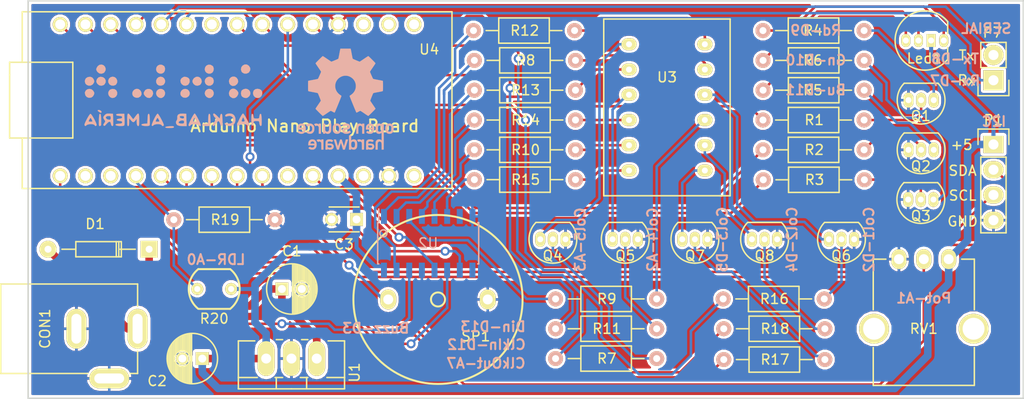
<source format=kicad_pcb>
(kicad_pcb (version 4) (host pcbnew 4.0.2-4+6225~38~ubuntu14.04.1-stable)
  (title_block (date "jeu. 02 avril 2015"))
  (layers (0 F.Cu signal) (31 B.Cu signal) (34 B.Paste user) (35 F.Paste user) (36 B.SilkS user) (37 F.SilkS user) (38 B.Mask user) (39 F.Mask user) (44 Edge.Cuts user))
  (net 0 "")
  (net 1 GND)
  (net 2 +5V)
  (net 3 /A7)
  (net 4 /A5)
  (net 5 /A4)
  (net 6 /A0)
  (net 7 "Net-(C1-Pad1)")
  (net 8 /D2)
  (net 9 /D4)
  (net 10 /D5)
  (net 11 /D7)
  (net 12 /D8)
  (net 13 /D9)
  (net 14 /D10)
  (net 15 /D11)
  (net 16 /D12)
  (net 17 /D13)
  (net 18 "Net-(Q1-Pad2)")
  (net 19 "Net-(Q1-Pad1)")
  (net 20 "Net-(Q2-Pad2)")
  (net 21 "Net-(Q2-Pad1)")
  (net 22 "Net-(Q3-Pad2)")
  (net 23 "Net-(Q3-Pad1)")
  (net 24 "Net-(Q4-Pad2)")
  (net 25 "Net-(Q5-Pad2)")
  (net 26 "Net-(Q6-Pad2)")
  (net 27 "Net-(Q7-Pad2)")
  (net 28 "Net-(Q8-Pad2)")
  (net 29 "Net-(R8-Pad2)")
  (net 30 "Net-(R9-Pad2)")
  (net 31 "Net-(R10-Pad2)")
  (net 32 "Net-(R12-Pad2)")
  (net 33 "Net-(R13-Pad1)")
  (net 34 "Net-(R13-Pad2)")
  (net 35 "Net-(R14-Pad2)")
  (net 36 "Net-(R15-Pad2)")
  (net 37 "Net-(Led1-Pad2)")
  (net 38 "Net-(Led1-Pad1)")
  (net 39 "Net-(Led1-Pad4)")
  (net 40 /A1)
  (net 41 "Net-(CON1-Pad1)")
  (net 42 /D3)
  (net 43 "Net-(Q5-Pad3)")
  (net 44 "Net-(Q6-Pad3)")
  (net 45 "Net-(Q7-Pad3)")
  (net 46 "Net-(Q8-Pad3)")
  (net 47 "Net-(R8-Pad1)")
  (net 48 "Net-(R9-Pad1)")
  (net 49 "Net-(R10-Pad1)")
  (net 50 "Net-(R12-Pad1)")
  (net 51 "Net-(R14-Pad1)")
  (net 52 "Net-(R15-Pad1)")
  (net 53 "Net-(Q4-Pad3)")
  (net 54 /A2)
  (net 55 /A3)
  (net 56 "Net-(U2-Pad7)")
  (net 57 "Net-(U2-Pad9)")
  (net 58 "Net-(U4-Pad1)")
  (net 59 "Net-(U4-Pad2)")
  (net 60 "Net-(U4-Pad3)")
  (net 61 "Net-(U4-Pad9)")
  (net 62 +3V3)
  (net 63 "Net-(U4-Pad18)")
  (net 64 "Net-(U4-Pad25)")
  (net 65 "Net-(U4-Pad28)")
  (net 66 "Net-(U4-Pad30)")
  (module Housings_SOIC:SOIC-16_3.9x9.9mm_Pitch1.27mm (layer B.Cu) (at 150.2 64.4 270)
    (fp_text reference U2 (at 0 0 360) (layer B.SilkS) (effects (justify mirror)))
    (fp_text value 74HC595)
    (pad 1 smd rect (at -2.7 4.445 270) (size 1.5 0.6) (layers B.Cu B.Paste B.Mask) (net 29 "Net-(R8-Pad2)"))
    (pad 2 smd rect (at -2.7 3.175 270) (size 1.5 0.6) (layers B.Cu B.Paste B.Mask) (net 34 "Net-(R13-Pad2)"))
    (pad 3 smd rect (at -2.7 1.905 270) (size 1.5 0.6) (layers B.Cu B.Paste B.Mask) (net 30 "Net-(R9-Pad2)"))
    (pad 4 smd rect (at -2.7 0.635 270) (size 1.5 0.6) (layers B.Cu B.Paste B.Mask) (net 35 "Net-(R14-Pad2)"))
    (pad 5 smd rect (at -2.7 -0.635 270) (size 1.5 0.6) (layers B.Cu B.Paste B.Mask) (net 31 "Net-(R10-Pad2)"))
    (pad 6 smd rect (at -2.7 -1.905 270) (size 1.5 0.6) (layers B.Cu B.Paste B.Mask) (net 36 "Net-(R15-Pad2)"))
    (pad 7 smd rect (at -2.7 -3.175 270) (size 1.5 0.6) (layers B.Cu B.Paste B.Mask) (net 56 "Net-(U2-Pad7)"))
    (pad 8 smd rect (at -2.7 -4.445 270) (size 1.5 0.6) (layers B.Cu B.Paste B.Mask) (net 1 GND))
    (pad 9 smd rect (at 2.7 -4.445 270) (size 1.5 0.6) (layers B.Cu B.Paste B.Mask) (net 57 "Net-(U2-Pad9)"))
    (pad 10 smd rect (at 2.7 -3.175 270) (size 1.5 0.6) (layers B.Cu B.Paste B.Mask) (net 2 +5V))
    (pad 11 smd rect (at 2.7 -1.905 270) (size 1.5 0.6) (layers B.Cu B.Paste B.Mask) (net 16 /D12))
    (pad 12 smd rect (at 2.7 -0.635 270) (size 1.5 0.6) (layers B.Cu B.Paste B.Mask) (net 3 /A7))
    (pad 13 smd rect (at 2.7 0.635 270) (size 1.5 0.6) (layers B.Cu B.Paste B.Mask) (net 1 GND))
    (pad 14 smd rect (at 2.7 1.905 270) (size 1.5 0.6) (layers B.Cu B.Paste B.Mask) (net 17 /D13))
    (pad 15 smd rect (at 2.7 3.175 270) (size 1.5 0.6) (layers B.Cu B.Paste B.Mask) (net 32 "Net-(R12-Pad2)"))
    (pad 16 smd rect (at 2.7 4.445 270) (size 1.5 0.6) (layers B.Cu B.Paste B.Mask) (net 2 +5V))
  )
  (module Arduino:Arduino_Nano (layer F.Cu) (at 131 50 180)
    (fp_text reference U4 (at -19.3 5.1 180) (layer F.SilkS))
    (fp_text value Arduino_Nano)
    (pad 1 thru_hole circle (at -17.78 7.62 180) (size 1.5 1.5) (drill 1) (layers *.Cu *.Mask F.SilkS) (net 58 "Net-(U4-Pad1)"))
    (pad 2 thru_hole circle (at -15.24 7.62 180) (size 1.5 1.5) (drill 1) (layers *.Cu *.Mask F.SilkS) (net 59 "Net-(U4-Pad2)"))
    (pad 3 thru_hole circle (at -12.7 7.62 180) (size 1.5 1.5) (drill 1) (layers *.Cu *.Mask F.SilkS) (net 60 "Net-(U4-Pad3)"))
    (pad 4 thru_hole circle (at -10.16 7.62 180) (size 1.5 1.5) (drill 1) (layers *.Cu *.Mask F.SilkS) (net 1 GND))
    (pad 5 thru_hole circle (at -7.62 7.62 180) (size 1.5 1.5) (drill 1) (layers *.Cu *.Mask F.SilkS) (net 8 /D2))
    (pad 6 thru_hole circle (at -5.08 7.62 180) (size 1.5 1.5) (drill 1) (layers *.Cu *.Mask F.SilkS) (net 42 /D3))
    (pad 7 thru_hole circle (at -2.54 7.62 180) (size 1.5 1.5) (drill 1) (layers *.Cu *.Mask F.SilkS) (net 9 /D4))
    (pad 8 thru_hole circle (at 0 7.62 180) (size 1.5 1.5) (drill 1) (layers *.Cu *.Mask F.SilkS) (net 10 /D5))
    (pad 9 thru_hole circle (at 2.54 7.62 180) (size 1.5 1.5) (drill 1) (layers *.Cu *.Mask F.SilkS) (net 61 "Net-(U4-Pad9)"))
    (pad 10 thru_hole circle (at 5.08 7.62 180) (size 1.5 1.5) (drill 1) (layers *.Cu *.Mask F.SilkS) (net 11 /D7))
    (pad 11 thru_hole circle (at 7.62 7.62 180) (size 1.5 1.5) (drill 1) (layers *.Cu *.Mask F.SilkS) (net 12 /D8))
    (pad 12 thru_hole circle (at 10.16 7.62 180) (size 1.5 1.5) (drill 1) (layers *.Cu *.Mask F.SilkS) (net 13 /D9))
    (pad 13 thru_hole circle (at 12.7 7.62 180) (size 1.5 1.5) (drill 1) (layers *.Cu *.Mask F.SilkS) (net 14 /D10))
    (pad 14 thru_hole circle (at 15.24 7.62 180) (size 1.5 1.5) (drill 1) (layers *.Cu *.Mask F.SilkS) (net 15 /D11))
    (pad 15 thru_hole circle (at 17.78 7.62 180) (size 1.5 1.5) (drill 1) (layers *.Cu *.Mask F.SilkS) (net 16 /D12))
    (pad 16 thru_hole circle (at 17.78 -7.62 180) (size 1.5 1.5) (drill 1) (layers *.Cu *.Mask F.SilkS) (net 17 /D13))
    (pad 17 thru_hole circle (at 15.24 -7.62 180) (size 1.5 1.5) (drill 1) (layers *.Cu *.Mask F.SilkS) (net 62 +3V3))
    (pad 18 thru_hole circle (at 12.7 -7.62 180) (size 1.5 1.5) (drill 1) (layers *.Cu *.Mask F.SilkS) (net 63 "Net-(U4-Pad18)"))
    (pad 19 thru_hole circle (at 10.16 -7.62 180) (size 1.5 1.5) (drill 1) (layers *.Cu *.Mask F.SilkS) (net 6 /A0))
    (pad 20 thru_hole circle (at 7.62 -7.62 180) (size 1.5 1.5) (drill 1) (layers *.Cu *.Mask F.SilkS) (net 40 /A1))
    (pad 21 thru_hole circle (at 5.08 -7.62 180) (size 1.5 1.5) (drill 1) (layers *.Cu *.Mask F.SilkS) (net 54 /A2))
    (pad 22 thru_hole circle (at 2.54 -7.62 180) (size 1.5 1.5) (drill 1) (layers *.Cu *.Mask F.SilkS) (net 55 /A3))
    (pad 23 thru_hole circle (at 0 -7.62 180) (size 1.5 1.5) (drill 1) (layers *.Cu *.Mask F.SilkS) (net 5 /A4))
    (pad 24 thru_hole circle (at -2.54 -7.62 180) (size 1.5 1.5) (drill 1) (layers *.Cu *.Mask F.SilkS) (net 4 /A5))
    (pad 25 thru_hole circle (at -5.08 -7.62 180) (size 1.5 1.5) (drill 1) (layers *.Cu *.Mask F.SilkS) (net 64 "Net-(U4-Pad25)"))
    (pad 26 thru_hole circle (at -7.62 -7.62 180) (size 1.5 1.5) (drill 1) (layers *.Cu *.Mask F.SilkS) (net 3 /A7))
    (pad 27 thru_hole circle (at -10.16 -7.62 180) (size 1.5 1.5) (drill 1) (layers *.Cu *.Mask F.SilkS) (net 2 +5V))
    (pad 28 thru_hole circle (at -12.7 -7.62 180) (size 1.5 1.5) (drill 1) (layers *.Cu *.Mask F.SilkS) (net 65 "Net-(U4-Pad28)"))
    (pad 29 thru_hole circle (at -15.24 -7.62 180) (size 1.5 1.5) (drill 1) (layers *.Cu *.Mask F.SilkS) (net 1 GND))
    (pad 30 thru_hole circle (at -17.78 -7.62 180) (size 1.5 1.5) (drill 1) (layers *.Cu *.Mask F.SilkS) (net 66 "Net-(U4-Pad30)"))
  )
  (module Leds:Matriz_Led_7X5 (layer F.Cu) (at 170.38 44.38 270)
    (fp_text reference U3 (at 3.32 -3.82 360) (layer F.SilkS))
    (fp_text value Matriz_5x7)
    (pad 1 thru_hole oval (at 0 0 270) (size 1.2 1.524) (drill 0.6) (layers *.Cu *.Mask F.SilkS) (net 53 "Net-(Q4-Pad3)"))
    (pad 2 thru_hole oval (at 2.54 0 270) (size 1.2 1.524) (drill 0.6) (layers *.Cu *.Mask F.SilkS) (net 33 "Net-(R13-Pad1)"))
    (pad 3 thru_hole oval (at 5.08 0 270) (size 1.2 1.524) (drill 0.6) (layers *.Cu *.Mask F.SilkS) (net 43 "Net-(Q5-Pad3)"))
    (pad 4 thru_hole oval (at 7.62 0 270) (size 1.2 1.524) (drill 0.6) (layers *.Cu *.Mask F.SilkS) (net 51 "Net-(R14-Pad1)"))
    (pad 5 thru_hole oval (at 10.16 0 270) (size 1.2 1.524) (drill 0.6) (layers *.Cu *.Mask F.SilkS) (net 49 "Net-(R10-Pad1)"))
    (pad 6 thru_hole oval (at 12.7 0 270) (size 1.2 1.524) (drill 0.6) (layers *.Cu *.Mask F.SilkS) (net 52 "Net-(R15-Pad1)"))
    (pad 12 thru_hole oval (at 0 -7.62 270) (size 1.2 1.524) (drill 0.6) (layers *.Cu *.Mask F.SilkS) (net 50 "Net-(R12-Pad1)"))
    (pad 11 thru_hole oval (at 2.54 -7.62 270) (size 1.2 1.524) (drill 0.6) (layers *.Cu *.Mask F.SilkS) (net 47 "Net-(R8-Pad1)"))
    (pad 10 thru_hole oval (at 5.08 -7.62 270) (size 1.2 1.524) (drill 0.6) (layers *.Cu *.Mask F.SilkS) (net 44 "Net-(Q6-Pad3)"))
    (pad 9 thru_hole oval (at 7.62 -7.62 270) (size 1.2 1.524) (drill 0.6) (layers *.Cu *.Mask F.SilkS) (net 48 "Net-(R9-Pad1)"))
    (pad 8 thru_hole oval (at 10.16 -7.62 270) (size 1.2 1.524) (drill 0.6) (layers *.Cu *.Mask F.SilkS) (net 46 "Net-(Q8-Pad3)"))
    (pad 7 thru_hole oval (at 12.7 -7.62 270) (size 1.2 1.524) (drill 0.6) (layers *.Cu *.Mask F.SilkS) (net 45 "Net-(Q7-Pad3)"))
  )
  (module Diodes_ThroughHole:Diode_DO-35_SOD27_Horizontal_RM10 (layer F.Cu) (at 122.16052 64.99746 180)
    (fp_text reference D1 (at 5.43052 2.53746 180) (layer F.SilkS))
    (fp_text value 1N4002)
    (pad 2 thru_hole circle (at 10.16052 -0.00254) (size 1.69926 1.69926) (drill 0.70104) (layers *.Cu *.Mask F.SilkS) (net 41 "Net-(CON1-Pad1)"))
    (pad 1 thru_hole rect (at 0.00052 -0.00254) (size 1.69926 1.69926) (drill 0.70104) (layers *.Cu *.Mask F.SilkS) (net 7 "Net-(C1-Pad1)"))
  )
  (module Pin_Headers:Pin_Header_Straight_1x04 (layer F.Cu) (at 207 54.46)
    (fp_text reference P7 (at -0.1 -11.26) (layer F.SilkS))
    (fp_text value CONN_01X04)
    (pad 1 thru_hole rect (at 0 0) (size 2.032 1.7272) (drill 1.016) (layers *.Cu *.Mask F.SilkS) (net 2 +5V))
    (pad 2 thru_hole oval (at 0 2.54) (size 2.032 1.7272) (drill 1.016) (layers *.Cu *.Mask F.SilkS) (net 5 /A4))
    (pad 3 thru_hole oval (at 0 5.08) (size 2.032 1.7272) (drill 1.016) (layers *.Cu *.Mask F.SilkS) (net 4 /A5))
    (pad 4 thru_hole oval (at 0 7.62) (size 2.032 1.7272) (drill 1.016) (layers *.Cu *.Mask F.SilkS) (net 1 GND))
  )
  (module Potenciometros:POT_SR_PASIVES_R9011 (layer F.Cu) (at 200 66 180)
    (fp_text reference RV1 (at 0 -7 180) (layer F.SilkS))
    (fp_text value 10K)
    (pad 2 thru_hole oval (at 0 0 180) (size 1.5 2) (drill 1) (layers *.Cu *.Mask F.SilkS) (net 40 /A1))
    (pad 1 thru_hole oval (at -2.5 0 180) (size 1.5 2) (drill 1) (layers *.Cu *.Mask F.SilkS) (net 2 +5V))
    (pad 3 thru_hole oval (at 2.5 0 180) (size 1.5 2) (drill 1) (layers *.Cu *.Mask F.SilkS) (net 1 GND))
    (pad 0 thru_hole circle (at -5 -7 180) (size 3 3) (drill 2.2) (layers *.Cu *.Mask F.SilkS))
    (pad 0 thru_hole circle (at 5 -7 180) (size 3 3) (drill 2.2) (layers *.Cu *.Mask F.SilkS))
  )
  (module Sensores:LDR_TOKEN_PGM5_Series (layer F.Cu) (at 128.7 69 180)
    (fp_text reference R20 (at -0.0018 -2.9836 180) (layer F.SilkS))
    (fp_text value LDR)
    (pad 1 thru_hole circle (at -1.7 0 180) (size 1.2 1.2) (drill 0.6) (layers *.Cu *.Mask F.SilkS) (net 2 +5V))
    (pad 2 thru_hole circle (at 1.7 0 180) (size 1.2 1.2) (drill 0.6) (layers *.Cu *.Mask F.SilkS) (net 6 /A0))
  )
  (module Buzzer:LOUDITY_LD-BZPN-1705 (layer F.Cu) (at 151.1846 70.0532)
    (fp_text reference SP1 (at 3.8 3.7) (layer F.SilkS))
    (fp_text value BUZZER)
    (pad 1 thru_hole oval (at -5 0) (size 1.6 2) (drill 1) (layers *.Cu *.Mask F.SilkS) (net 42 /D3))
    (pad 2 thru_hole oval (at 5 0) (size 1.6 2) (drill 1) (layers *.Cu *.Mask F.SilkS) (net 1 GND))
  )
  (module Pin_Headers:Pin_Header_Straight_1x02 (layer F.Cu) (at 207 48 180)
    (fp_text reference P1 (at 0 -4 180) (layer F.SilkS))
    (fp_text value CONN_01X02)
    (pad 1 thru_hole rect (at 0 0 180) (size 2.032 2.032) (drill 1.016) (layers *.Cu *.Mask F.SilkS) (net 11 /D7))
    (pad 2 thru_hole oval (at 0 2.54 180) (size 2.032 2.032) (drill 1.016) (layers *.Cu *.Mask F.SilkS) (net 12 /D8))
  )
  (module TO_SOT_Packages_THT:TO-220_Neutral123_Vertical_LargePads (layer F.Cu) (at 136.46 76 180)
    (fp_text reference U1 (at -6.34 -1.4 270) (layer F.SilkS))
    (fp_text value LM7805CT)
    (pad 2 thru_hole oval (at 0 0 270) (size 3.50012 1.69926) (drill 1.00076) (layers *.Cu *.Mask F.SilkS) (net 1 GND))
    (pad 1 thru_hole oval (at -2.54 0 270) (size 3.50012 1.69926) (drill 1.00076) (layers *.Cu *.Mask F.SilkS) (net 7 "Net-(C1-Pad1)"))
    (pad 3 thru_hole oval (at 2.54 0 270) (size 3.50012 1.69926) (drill 1.00076) (layers *.Cu *.Mask F.SilkS) (net 2 +5V))
  )
  (module Conectores:Barrel_Jack_Hembra_CLIFF_FC68148 (layer F.Cu) (at 121 73 90)
    (fp_text reference CON1 (at 0 -9.3 90) (layer F.SilkS))
    (fp_text value BARREL_JACK)
    (pad 1 thru_hole oval (at 0 0 90) (size 4 2) (drill oval 3 1) (layers *.Cu *.Mask F.SilkS) (net 41 "Net-(CON1-Pad1)"))
    (pad 3 thru_hole oval (at 0 -6.15 90) (size 4 2) (drill oval 3 1) (layers *.Cu *.Mask F.SilkS) (net 1 GND))
    (pad 2 thru_hole oval (at -5 -2.85 90) (size 2 4) (drill oval 1 3) (layers *.Cu *.Mask F.SilkS) (net 1 GND))
  )
  (module logos:logo_HackLabAl (layer B.Cu) (at 124.4 49.5 180)
    (fp_text reference G*** hide)
    (fp_text value LOGO hide)
  )
  (module logos:osh-logo (layer B.Cu) (at 141.9 49.9 180)
    (fp_text reference G*** hide)
    (fp_text value LOGO hide)
  )
  (module Capacitors_ThroughHole:C_Radial_D5_L11_P2 (layer F.Cu) (at 135.5 69)
    (fp_text reference C1 (at 1 -3.8) (layer F.SilkS))
    (fp_text value 0,33u)
    (pad 1 thru_hole rect (at 0 0) (size 1.3 1.3) (drill 0.8) (layers *.Cu *.Mask F.SilkS) (net 7 "Net-(C1-Pad1)"))
    (pad 2 thru_hole circle (at 2 0) (size 1.3 1.3) (drill 0.8) (layers *.Cu *.Mask F.SilkS) (net 1 GND))
  )
  (module Capacitors_ThroughHole:C_Radial_D5_L11_P2 (layer F.Cu) (at 127.5 76 180)
    (fp_text reference C2 (at 4.5386 -2.2574 180) (layer F.SilkS))
    (fp_text value 0,1u)
    (pad 1 thru_hole rect (at 0 0 180) (size 1.3 1.3) (drill 0.8) (layers *.Cu *.Mask F.SilkS) (net 2 +5V))
    (pad 2 thru_hole circle (at 2 0 180) (size 1.3 1.3) (drill 0.8) (layers *.Cu *.Mask F.SilkS) (net 1 GND))
  )
  (module Capacitors_ThroughHole:C_Disc_D3_P2.5 (layer F.Cu) (at 143 62 180)
    (fp_text reference C3 (at 1.25 -2.5 180) (layer F.SilkS))
    (fp_text value 100n)
    (pad 1 thru_hole rect (at 0 0 180) (size 1.3 1.3) (drill 0.8) (layers *.Cu *.Mask F.SilkS) (net 2 +5V))
    (pad 2 thru_hole circle (at 2.5 0 180) (size 1.3 1.3) (drill 0.8001) (layers *.Cu *.Mask F.SilkS) (net 1 GND))
  )
  (module Transistors:TO-92_EnLinea_Estrecho_Oval (layer F.Cu) (at 185.27 64 180)
    (fp_text reference Q8 (at 1.27 -1.65 180) (layer F.SilkS))
    (fp_text value 2N3904BU)
    (pad 2 thru_hole oval (at 1.27 0) (size 1 1.50114) (drill 0.6) (layers *.Cu *.Mask F.SilkS) (net 28 "Net-(Q8-Pad2)"))
    (pad 3 thru_hole oval (at 2.54 0) (size 1 1.50114) (drill 0.6) (layers *.Cu *.Mask F.SilkS) (net 46 "Net-(Q8-Pad3)"))
    (pad 1 thru_hole oval (at 0 0) (size 1 1.50114) (drill 0.6) (layers *.Cu *.Mask F.SilkS) (net 1 GND))
  )
  (module Transistors:TO-92_EnLinea_Estrecho_Oval (layer F.Cu) (at 178.27 64 180)
    (fp_text reference Q7 (at 1.27 -1.65 180) (layer F.SilkS))
    (fp_text value 2N3904BU)
    (pad 2 thru_hole oval (at 1.27 0) (size 1 1.50114) (drill 0.6) (layers *.Cu *.Mask F.SilkS) (net 27 "Net-(Q7-Pad2)"))
    (pad 3 thru_hole oval (at 2.54 0) (size 1 1.50114) (drill 0.6) (layers *.Cu *.Mask F.SilkS) (net 45 "Net-(Q7-Pad3)"))
    (pad 1 thru_hole oval (at 0 0) (size 1 1.50114) (drill 0.6) (layers *.Cu *.Mask F.SilkS) (net 1 GND))
  )
  (module Transistors:TO-92_EnLinea_Estrecho_Oval (layer F.Cu) (at 193 64 180)
    (fp_text reference Q6 (at 1.3 -1.65 180) (layer F.SilkS))
    (fp_text value 2N3904BU)
    (pad 2 thru_hole oval (at 1.27 0) (size 1 1.50114) (drill 0.6) (layers *.Cu *.Mask F.SilkS) (net 26 "Net-(Q6-Pad2)"))
    (pad 3 thru_hole oval (at 2.54 0) (size 1 1.50114) (drill 0.6) (layers *.Cu *.Mask F.SilkS) (net 44 "Net-(Q6-Pad3)"))
    (pad 1 thru_hole oval (at 0 0) (size 1 1.50114) (drill 0.6) (layers *.Cu *.Mask F.SilkS) (net 1 GND))
  )
  (module Transistors:TO-92_EnLinea_Estrecho_Oval (layer F.Cu) (at 171.27 64 180)
    (fp_text reference Q5 (at 1.27 -1.65 180) (layer F.SilkS))
    (fp_text value 2N3904BU)
    (pad 2 thru_hole oval (at 1.27 0) (size 1 1.50114) (drill 0.6) (layers *.Cu *.Mask F.SilkS) (net 25 "Net-(Q5-Pad2)"))
    (pad 3 thru_hole oval (at 2.54 0) (size 1 1.50114) (drill 0.6) (layers *.Cu *.Mask F.SilkS) (net 43 "Net-(Q5-Pad3)"))
    (pad 1 thru_hole oval (at 0 0) (size 1 1.50114) (drill 0.6) (layers *.Cu *.Mask F.SilkS) (net 1 GND))
  )
  (module Transistors:TO-92_EnLinea_Estrecho_Oval (layer F.Cu) (at 164 64 180)
    (fp_text reference Q4 (at 1.3 -1.65 180) (layer F.SilkS))
    (fp_text value 2N3904BU)
    (pad 2 thru_hole oval (at 1.27 0) (size 1 1.50114) (drill 0.6) (layers *.Cu *.Mask F.SilkS) (net 24 "Net-(Q4-Pad2)"))
    (pad 3 thru_hole oval (at 2.54 0) (size 1 1.50114) (drill 0.6) (layers *.Cu *.Mask F.SilkS) (net 53 "Net-(Q4-Pad3)"))
    (pad 1 thru_hole oval (at 0 0) (size 1 1.50114) (drill 0.6) (layers *.Cu *.Mask F.SilkS) (net 1 GND))
  )
  (module Transistors:TO-92_EnLinea_Estrecho_Oval (layer F.Cu) (at 200.97 60 180)
    (fp_text reference Q3 (at 1.27 -1.65 180) (layer F.SilkS))
    (fp_text value BC547)
    (pad 2 thru_hole oval (at 1.27 0) (size 1 1.50114) (drill 0.6) (layers *.Cu *.Mask F.SilkS) (net 22 "Net-(Q3-Pad2)"))
    (pad 3 thru_hole oval (at 2.54 0) (size 1 1.50114) (drill 0.6) (layers *.Cu *.Mask F.SilkS) (net 1 GND))
    (pad 1 thru_hole oval (at 0 0) (size 1 1.50114) (drill 0.6) (layers *.Cu *.Mask F.SilkS) (net 23 "Net-(Q3-Pad1)"))
  )
  (module Transistors:TO-92_EnLinea_Estrecho_Oval (layer F.Cu) (at 201 55 180)
    (fp_text reference Q2 (at 1.3 -1.65 180) (layer F.SilkS))
    (fp_text value BC547)
    (pad 2 thru_hole oval (at 1.27 0) (size 1 1.50114) (drill 0.6) (layers *.Cu *.Mask F.SilkS) (net 20 "Net-(Q2-Pad2)"))
    (pad 3 thru_hole oval (at 2.54 0) (size 1 1.50114) (drill 0.6) (layers *.Cu *.Mask F.SilkS) (net 1 GND))
    (pad 1 thru_hole oval (at 0 0) (size 1 1.50114) (drill 0.6) (layers *.Cu *.Mask F.SilkS) (net 21 "Net-(Q2-Pad1)"))
  )
  (module Transistors:TO-92_EnLinea_Estrecho_Oval (layer F.Cu) (at 201 50 180)
    (fp_text reference Q1 (at 1.3 -1.6 180) (layer F.SilkS))
    (fp_text value BC547)
    (pad 2 thru_hole oval (at 1.27 0) (size 1 1.50114) (drill 0.6) (layers *.Cu *.Mask F.SilkS) (net 18 "Net-(Q1-Pad2)"))
    (pad 3 thru_hole oval (at 2.54 0) (size 1 1.50114) (drill 0.6) (layers *.Cu *.Mask F.SilkS) (net 1 GND))
    (pad 1 thru_hole oval (at 0 0) (size 1 1.50114) (drill 0.6) (layers *.Cu *.Mask F.SilkS) (net 19 "Net-(Q1-Pad1)"))
  )
  (module Resistencias:Resistencia_1_4_W_10_mm (layer F.Cu) (at 194 52 180)
    (fp_text reference R1 (at 5.01 0 180) (layer F.SilkS))
    (fp_text value 4K7)
    (pad 1 thru_hole circle (at 0 0 180) (size 1.5 1.5) (drill 0.7) (layers *.Cu *.SilkS *.Mask) (net 18 "Net-(Q1-Pad2)"))
    (pad 2 thru_hole circle (at 10.16 0 180) (size 1.5 1.5) (drill 0.7) (layers *.Cu *.SilkS *.Mask) (net 13 /D9))
  )
  (module Resistencias:Resistencia_1_4_W_10_mm (layer F.Cu) (at 194 55 180)
    (fp_text reference R2 (at 5.01 0 180) (layer F.SilkS))
    (fp_text value 4K7)
    (pad 1 thru_hole circle (at 0 0 180) (size 1.5 1.5) (drill 0.7) (layers *.Cu *.SilkS *.Mask) (net 20 "Net-(Q2-Pad2)"))
    (pad 2 thru_hole circle (at 10.16 0 180) (size 1.5 1.5) (drill 0.7) (layers *.Cu *.SilkS *.Mask) (net 14 /D10))
  )
  (module Resistencias:Resistencia_1_4_W_10_mm (layer F.Cu) (at 194.0306 58.0136 180)
    (fp_text reference R3 (at 5.01 0 180) (layer F.SilkS))
    (fp_text value 4K7)
    (pad 1 thru_hole circle (at 0 0 180) (size 1.5 1.5) (drill 0.7) (layers *.Cu *.SilkS *.Mask) (net 22 "Net-(Q3-Pad2)"))
    (pad 2 thru_hole circle (at 10.16 0 180) (size 1.5 1.5) (drill 0.7) (layers *.Cu *.SilkS *.Mask) (net 15 /D11))
  )
  (module Resistencias:Resistencia_1_4_W_10_mm (layer F.Cu) (at 183.84 43)
    (fp_text reference R4 (at 5.01 0) (layer F.SilkS))
    (fp_text value 100)
    (pad 1 thru_hole circle (at 0 0) (size 1.5 1.5) (drill 0.7) (layers *.Cu *.SilkS *.Mask) (net 39 "Net-(Led1-Pad4)"))
    (pad 2 thru_hole circle (at 10.16 0) (size 1.5 1.5) (drill 0.7) (layers *.Cu *.SilkS *.Mask) (net 19 "Net-(Q1-Pad1)"))
  )
  (module Resistencias:Resistencia_1_4_W_10_mm (layer F.Cu) (at 183.85 49)
    (fp_text reference R5 (at 5.01 0) (layer F.SilkS))
    (fp_text value 100)
    (pad 1 thru_hole circle (at 0 0) (size 1.5 1.5) (drill 0.7) (layers *.Cu *.SilkS *.Mask) (net 38 "Net-(Led1-Pad1)"))
    (pad 2 thru_hole circle (at 10.16 0) (size 1.5 1.5) (drill 0.7) (layers *.Cu *.SilkS *.Mask) (net 21 "Net-(Q2-Pad1)"))
  )
  (module Resistencias:Resistencia_1_4_W_10_mm (layer F.Cu) (at 183.85 46)
    (fp_text reference R6 (at 5.01 0) (layer F.SilkS))
    (fp_text value 100)
    (pad 1 thru_hole circle (at 0 0) (size 1.5 1.5) (drill 0.7) (layers *.Cu *.SilkS *.Mask) (net 37 "Net-(Led1-Pad2)"))
    (pad 2 thru_hole circle (at 10.16 0) (size 1.5 1.5) (drill 0.7) (layers *.Cu *.SilkS *.Mask) (net 23 "Net-(Q3-Pad1)"))
  )
  (module Resistencias:Resistencia_1_4_W_10_mm (layer F.Cu) (at 173.16 76 180)
    (fp_text reference R7 (at 5.01 0 180) (layer F.SilkS))
    (fp_text value 1K)
    (pad 1 thru_hole circle (at 0 0 180) (size 1.5 1.5) (drill 0.7) (layers *.Cu *.SilkS *.Mask) (net 24 "Net-(Q4-Pad2)"))
    (pad 2 thru_hole circle (at 10.16 0 180) (size 1.5 1.5) (drill 0.7) (layers *.Cu *.SilkS *.Mask) (net 8 /D2))
  )
  (module Resistencias:Resistencia_1_4_W_10_mm (layer F.Cu) (at 165 46 180)
    (fp_text reference R8 (at 5.01 0 180) (layer F.SilkS))
    (fp_text value 120)
    (pad 1 thru_hole circle (at 0 0 180) (size 1.5 1.5) (drill 0.7) (layers *.Cu *.SilkS *.Mask) (net 47 "Net-(R8-Pad1)"))
    (pad 2 thru_hole circle (at 10.16 0 180) (size 1.5 1.5) (drill 0.7) (layers *.Cu *.SilkS *.Mask) (net 29 "Net-(R8-Pad2)"))
  )
  (module Resistencias:Resistencia_1_4_W_10_mm (layer F.Cu) (at 173.16 70 180)
    (fp_text reference R9 (at 5.01 0 180) (layer F.SilkS))
    (fp_text value 120)
    (pad 1 thru_hole circle (at 0 0 180) (size 1.5 1.5) (drill 0.7) (layers *.Cu *.SilkS *.Mask) (net 48 "Net-(R9-Pad1)"))
    (pad 2 thru_hole circle (at 10.16 0 180) (size 1.5 1.5) (drill 0.7) (layers *.Cu *.SilkS *.Mask) (net 30 "Net-(R9-Pad2)"))
  )
  (module Resistencias:Resistencia_1_4_W_10_mm (layer F.Cu) (at 165 55 180)
    (fp_text reference R10 (at 5.01 0 180) (layer F.SilkS))
    (fp_text value 120)
    (pad 1 thru_hole circle (at 0 0 180) (size 1.5 1.5) (drill 0.7) (layers *.Cu *.SilkS *.Mask) (net 49 "Net-(R10-Pad1)"))
    (pad 2 thru_hole circle (at 10.16 0 180) (size 1.5 1.5) (drill 0.7) (layers *.Cu *.SilkS *.Mask) (net 31 "Net-(R10-Pad2)"))
  )
  (module Resistencias:Resistencia_1_4_W_10_mm (layer F.Cu) (at 173.16 73 180)
    (fp_text reference R11 (at 5.01 0 180) (layer F.SilkS))
    (fp_text value 1K)
    (pad 1 thru_hole circle (at 0 0 180) (size 1.5 1.5) (drill 0.7) (layers *.Cu *.SilkS *.Mask) (net 25 "Net-(Q5-Pad2)"))
    (pad 2 thru_hole circle (at 10.16 0 180) (size 1.5 1.5) (drill 0.7) (layers *.Cu *.SilkS *.Mask) (net 9 /D4))
  )
  (module Resistencias:Resistencia_1_4_W_10_mm (layer F.Cu) (at 164.91 43 180)
    (fp_text reference R12 (at 5.01 0 180) (layer F.SilkS))
    (fp_text value 120)
    (pad 1 thru_hole circle (at 0 0 180) (size 1.5 1.5) (drill 0.7) (layers *.Cu *.SilkS *.Mask) (net 50 "Net-(R12-Pad1)"))
    (pad 2 thru_hole circle (at 10.16 0 180) (size 1.5 1.5) (drill 0.7) (layers *.Cu *.SilkS *.Mask) (net 32 "Net-(R12-Pad2)"))
  )
  (module Resistencias:Resistencia_1_4_W_10_mm (layer F.Cu) (at 165 49 180)
    (fp_text reference R13 (at 5.01 0 180) (layer F.SilkS))
    (fp_text value 120)
    (pad 1 thru_hole circle (at 0 0 180) (size 1.5 1.5) (drill 0.7) (layers *.Cu *.SilkS *.Mask) (net 33 "Net-(R13-Pad1)"))
    (pad 2 thru_hole circle (at 10.16 0 180) (size 1.5 1.5) (drill 0.7) (layers *.Cu *.SilkS *.Mask) (net 34 "Net-(R13-Pad2)"))
  )
  (module Resistencias:Resistencia_1_4_W_10_mm (layer F.Cu) (at 165 52 180)
    (fp_text reference R14 (at 5.01 0 180) (layer F.SilkS))
    (fp_text value 120)
    (pad 1 thru_hole circle (at 0 0 180) (size 1.5 1.5) (drill 0.7) (layers *.Cu *.SilkS *.Mask) (net 51 "Net-(R14-Pad1)"))
    (pad 2 thru_hole circle (at 10.16 0 180) (size 1.5 1.5) (drill 0.7) (layers *.Cu *.SilkS *.Mask) (net 35 "Net-(R14-Pad2)"))
  )
  (module Resistencias:Resistencia_1_4_W_10_mm (layer F.Cu) (at 165 58 180)
    (fp_text reference R15 (at 5.01 0 180) (layer F.SilkS))
    (fp_text value 120)
    (pad 1 thru_hole circle (at 0 0 180) (size 1.5 1.5) (drill 0.7) (layers *.Cu *.SilkS *.Mask) (net 52 "Net-(R15-Pad1)"))
    (pad 2 thru_hole circle (at 10.16 0 180) (size 1.5 1.5) (drill 0.7) (layers *.Cu *.SilkS *.Mask) (net 36 "Net-(R15-Pad2)"))
  )
  (module Resistencias:Resistencia_1_4_W_10_mm (layer F.Cu) (at 190 70 180)
    (fp_text reference R16 (at 5.01 0 180) (layer F.SilkS))
    (fp_text value 1K)
    (pad 1 thru_hole circle (at 0 0 180) (size 1.5 1.5) (drill 0.7) (layers *.Cu *.SilkS *.Mask) (net 26 "Net-(Q6-Pad2)"))
    (pad 2 thru_hole circle (at 10.16 0 180) (size 1.5 1.5) (drill 0.7) (layers *.Cu *.SilkS *.Mask) (net 10 /D5))
  )
  (module Resistencias:Resistencia_1_4_W_10_mm (layer F.Cu) (at 190.06 76.1 180)
    (fp_text reference R17 (at 5.01 0 180) (layer F.SilkS))
    (fp_text value 1K)
    (pad 1 thru_hole circle (at 0 0 180) (size 1.5 1.5) (drill 0.7) (layers *.Cu *.SilkS *.Mask) (net 27 "Net-(Q7-Pad2)"))
    (pad 2 thru_hole circle (at 10.16 0 180) (size 1.5 1.5) (drill 0.7) (layers *.Cu *.SilkS *.Mask) (net 54 /A2))
  )
  (module Resistencias:Resistencia_1_4_W_10_mm (layer F.Cu) (at 190.06 73 180)
    (fp_text reference R18 (at 5.01 0 180) (layer F.SilkS))
    (fp_text value 1K)
    (pad 1 thru_hole circle (at 0 0 180) (size 1.5 1.5) (drill 0.7) (layers *.Cu *.SilkS *.Mask) (net 28 "Net-(Q8-Pad2)"))
    (pad 2 thru_hole circle (at 10.16 0 180) (size 1.5 1.5) (drill 0.7) (layers *.Cu *.SilkS *.Mask) (net 55 /A3))
  )
  (module Resistencias:Resistencia_1_4_W_10_mm (layer F.Cu) (at 134.7978 62.0268 180)
    (fp_text reference R19 (at 5.01 0 180) (layer F.SilkS))
    (fp_text value 1K)
    (pad 1 thru_hole circle (at 0 0 180) (size 1.5 1.5) (drill 0.7) (layers *.Cu *.SilkS *.Mask) (net 1 GND))
    (pad 2 thru_hole circle (at 10.16 0 180) (size 1.5 1.5) (drill 0.7) (layers *.Cu *.SilkS *.Mask) (net 6 /A0))
  )
  (module Leds:LED_RGB_5mm_G_B_COM_R_Anodo_comun (layer F.Cu) (at 200.1012 44)
    (fp_text reference Led1 (at -0.0512 1.8) (layer F.SilkS))
    (fp_text value Led_RGB)
    (pad 2 thru_hole oval (at -0.635 0) (size 0.9 1.3) (drill 0.6) (layers *.Cu *.Mask F.SilkS) (net 37 "Net-(Led1-Pad2)"))
    (pad 3 thru_hole rect (at 0.635 0) (size 0.9 1.3) (drill 0.6) (layers *.Cu *.Mask F.SilkS) (net 2 +5V))
    (pad 1 thru_hole oval (at -1.905 0) (size 0.9 1.3) (drill 0.6) (layers *.Cu *.Mask F.SilkS) (net 38 "Net-(Led1-Pad1)"))
    (pad 4 thru_hole oval (at 1.905 0) (size 0.9 1.3) (drill 0.6) (layers *.Cu *.Mask F.SilkS) (net 39 "Net-(Led1-Pad4)"))
  )
  (gr_text I2C (at 207.05 52.15) (layer B.SilkS) (effects (font (size 1 1) (thickness 0.2)) (justify mirror)))
  (gr_text ClkOut-A7 (at 156.0068 76.4794) (layer B.SilkS) (effects (font (size 1 1) (thickness 0.2)) (justify mirror)))
  (gr_text ClkIn-D12 (at 156.0576 74.5998) (layer B.SilkS) (effects (font (size 1 1) (thickness 0.2)) (justify mirror)))
  (gr_text Din-D13 (at 156.718 72.7964) (layer B.SilkS) (effects (font (size 1 1) (thickness 0.2)) (justify mirror)))
  (gr_text Buzz-D3 (at 144.9324 72.9488) (layer B.SilkS) (effects (font (size 1 1) (thickness 0.2)) (justify mirror)))
  (gr_text Bu-D11 (at 189.1284 48.9712) (layer B.SilkS) (effects (font (size 1 1) (thickness 0.2)) (justify mirror)))
  (gr_text Gn-D10 (at 189.1538 45.974) (layer B.SilkS) (effects (font (size 1 1) (thickness 0.2)) (justify mirror)))
  (gr_text Rd-D9 (at 189.1538 42.9768) (layer B.SilkS) (effects (font (size 1 1) (thickness 0.2)) (justify mirror)))
  (gr_text LDR-A0 (at 128.8796 66.04) (layer B.SilkS) (effects (font (size 1 1) (thickness 0.2)) (justify mirror)))
  (gr_text Pot-A1 (at 199.9996 69.9262) (layer B.SilkS) (effects (font (size 1 1) (thickness 0.2)) (justify mirror)))
  (gr_text Col5-A3 (at 165.481 64.0334 90) (layer B.SilkS) (effects (font (size 1 1) (thickness 0.2)) (justify mirror)))
  (gr_text Col4-A2 (at 172.7454 64.0334 90) (layer B.SilkS) (effects (font (size 1 1) (thickness 0.2)) (justify mirror)))
  (gr_text Col3-D5 (at 179.7558 64.0334 90) (layer B.SilkS) (effects (font (size 1 1) (thickness 0.2)) (justify mirror)))
  (gr_text Col2-D4 (at 186.7662 64.0334 90) (layer B.SilkS) (effects (font (size 1 1) (thickness 0.2)) (justify mirror)))
  (gr_text Col1-D2 (at 194.4878 64.0334 90) (layer B.SilkS) (effects (font (size 1 1) (thickness 0.2)) (justify mirror)))
  (gr_text Rx-D7 (at 203.15 48.05) (layer B.SilkS) (effects (font (size 1 1) (thickness 0.2)) (justify mirror)))
  (gr_text Tx-D8 (at 203.15 45.85) (layer B.SilkS) (effects (font (size 1 1) (thickness 0.2)) (justify mirror)))
  (gr_text SERIAL (at 206.2734 42.799) (layer B.SilkS) (effects (font (size 1 1) (thickness 0.2)) (justify mirror)))
  (gr_text "Arduino Nano Play Board" (at 137.8 52.6) (layer F.SilkS) (effects (font (size 1.2 1.2) (thickness 0.2))))
  (gr_text Rx (at 204.3 48) (layer F.SilkS) (effects (font (size 1 1))))
  (gr_text Tx (at 204.3 45.5) (layer F.SilkS) (effects (font (size 1 1))))
  (gr_text SCL (at 203.9 59.6) (layer F.SilkS) (effects (font (size 1 1))))
  (gr_text SDA (at 203.9 57.1) (layer F.SilkS) (effects (font (size 1 1))))
  (gr_text GND (at 203.9 62.2) (layer F.SilkS) (effects (font (size 1 1))))
  (gr_text +5 (at 203.8 54.5) (layer F.SilkS) (effects (font (size 1 1))))
  (gr_line (start 210 80) (end 210 40) (layer Edge.Cuts) (width 0.15))
  (gr_line (start 110 80) (end 210 80) (layer Edge.Cuts) (width 0.15))
  (gr_line (start 110 40) (end 110 80) (layer Edge.Cuts) (width 0.15))
  (gr_line (start 110 40) (end 210 40) (layer Edge.Cuts) (width 0.15))
  (segment (start 138.3 64.75) (end 136.5643 64.75) (width 0.762) (layer B.Cu) (net 2))
  (segment (start 136.5643 64.75) (end 132.8 68.5143) (width 0.762) (layer B.Cu) (net 2))
  (segment (start 132.8 68.5143) (end 132.8 68.826702) (width 0.762) (layer B.Cu) (net 2))
  (segment (start 130.4 69) (end 132.626702 69) (width 0.4064) (layer B.Cu) (net 2))
  (segment (start 132.626702 69) (end 132.8 68.826702) (width 0.4064) (layer B.Cu) (net 2))
  (segment (start 132.8 68.826702) (end 132.8 72.36794) (width 0.762) (layer B.Cu) (net 2))
  (segment (start 132.8 72.36794) (end 133.92 73.48794) (width 0.762) (layer B.Cu) (net 2))
  (segment (start 133.92 73.48794) (end 133.92 76) (width 0.762) (layer B.Cu) (net 2))
  (segment (start 197.1 79) (end 200.4 75.7) (width 0.762) (layer B.Cu) (net 2))
  (segment (start 202.5 68.45) (end 202.5 66) (width 0.762) (layer B.Cu) (net 2))
  (segment (start 200.4 75.7) (end 200.4 70.55) (width 0.762) (layer B.Cu) (net 2))
  (segment (start 200.4 70.55) (end 202.5 68.45) (width 0.762) (layer B.Cu) (net 2))
  (segment (start 143 62) (end 143 63.462) (width 0.762) (layer B.Cu) (net 2))
  (segment (start 143 63.462) (end 141.717223 64.744777) (width 0.762) (layer B.Cu) (net 2))
  (segment (start 141.717223 64.744777) (end 138.305223 64.744777) (width 0.762) (layer B.Cu) (net 2))
  (segment (start 138.305223 64.744777) (end 138.3 64.75) (width 0.762) (layer B.Cu) (net 2))
  (segment (start 200.7362 44) (end 200.7362 45.756611) (width 0.4064) (layer B.Cu) (net 2))
  (segment (start 200.7362 45.756611) (end 207 52.020411) (width 0.4064) (layer B.Cu) (net 2))
  (segment (start 207 52.020411) (end 207 53.19) (width 0.4064) (layer B.Cu) (net 2))
  (segment (start 207 53.19) (end 207 54.46) (width 0.4064) (layer B.Cu) (net 2))
  (segment (start 152.9 65.2) (end 153.375 65.675) (width 0.254) (layer B.Cu) (net 2))
  (segment (start 153.375 65.675) (end 153.375 67.1) (width 0.254) (layer B.Cu) (net 2))
  (segment (start 151.9 65.2) (end 152.9 65.2) (width 0.254) (layer B.Cu) (net 2))
  (segment (start 143 62) (end 143 62.954) (width 0.254) (layer F.Cu) (net 2))
  (segment (start 143 62.954) (end 145.246 65.2) (width 0.254) (layer F.Cu) (net 2))
  (segment (start 145.246 65.2) (end 151.9 65.2) (width 0.254) (layer F.Cu) (net 2))
  (via (at 151.9 65.2) (size 0.9) (drill 0.5) (layers F.Cu B.Cu) (net 2))
  (segment (start 141.3564 64.75) (end 138.3 64.75) (width 0.4064) (layer B.Cu) (net 2))
  (segment (start 143 62) (end 143 59.46) (width 0.762) (layer B.Cu) (net 2))
  (segment (start 143 59.46) (end 141.16 57.62) (width 0.762) (layer B.Cu) (net 2))
  (segment (start 202.5 66) (end 204.4 64.1) (width 0.762) (layer B.Cu) (net 2))
  (segment (start 204.4 64.1) (end 204.4 55.282) (width 0.762) (layer B.Cu) (net 2))
  (segment (start 204.4 55.282) (end 205.222 54.46) (width 0.762) (layer B.Cu) (net 2))
  (segment (start 205.222 54.46) (end 207 54.46) (width 0.762) (layer B.Cu) (net 2))
  (segment (start 129.088 79) (end 197.1 79) (width 0.762) (layer B.Cu) (net 2))
  (segment (start 127.5 76) (end 127.5 77.412) (width 0.762) (layer B.Cu) (net 2))
  (segment (start 127.5 77.412) (end 129.088 79) (width 0.762) (layer B.Cu) (net 2))
  (segment (start 143 63.1064) (end 141.3564 64.75) (width 0.4064) (layer B.Cu) (net 2))
  (segment (start 133.92 75.09957) (end 133.92 76) (width 0.4064) (layer B.Cu) (net 2))
  (segment (start 145.555 66.7) (end 144.8486 66.7) (width 0.4064) (layer B.Cu) (net 2))
  (segment (start 144.8486 66.7) (end 143 64.8514) (width 0.4064) (layer B.Cu) (net 2))
  (segment (start 143 64.8514) (end 143 63.1064) (width 0.4064) (layer B.Cu) (net 2))
  (segment (start 143 63.1064) (end 143 62) (width 0.4064) (layer B.Cu) (net 2))
  (segment (start 127.5 76) (end 133.92 76) (width 0.762) (layer F.Cu) (net 2))
  (segment (start 147.903957 63.791606) (end 147.267561 63.791606) (width 0.254) (layer B.Cu) (net 3))
  (segment (start 147.976606 63.791606) (end 147.903957 63.791606) (width 0.254) (layer B.Cu) (net 3))
  (segment (start 150.835 66.65) (end 147.976606 63.791606) (width 0.254) (layer B.Cu) (net 3))
  (segment (start 150.835 67.1) (end 150.835 66.65) (width 0.254) (layer B.Cu) (net 3))
  (segment (start 146.817562 63.341607) (end 147.267561 63.791606) (width 0.254) (layer F.Cu) (net 3))
  (segment (start 143.212827 59.736872) (end 146.817562 63.341607) (width 0.254) (layer F.Cu) (net 3))
  (segment (start 140.736872 59.736872) (end 143.212827 59.736872) (width 0.254) (layer F.Cu) (net 3))
  (segment (start 138.62 57.62) (end 140.736872 59.736872) (width 0.254) (layer F.Cu) (net 3))
  (via (at 147.267561 63.791606) (size 0.9) (drill 0.5) (layers F.Cu B.Cu) (net 3))
  (segment (start 207 59.54) (end 206.8476 59.54) (width 0.254) (layer F.Cu) (net 4))
  (segment (start 206.8476 59.54) (end 203.6176 62.77) (width 0.254) (layer F.Cu) (net 4))
  (segment (start 203.6176 62.77) (end 197.93 62.77) (width 0.254) (layer F.Cu) (net 4))
  (segment (start 197.93 62.77) (end 193.415859 67.284141) (width 0.254) (layer F.Cu) (net 4))
  (segment (start 134.82392 59.900358) (end 133.54 58.616438) (width 0.254) (layer F.Cu) (net 4))
  (segment (start 133.54 58.616438) (end 133.54 57.62) (width 0.254) (layer F.Cu) (net 4))
  (segment (start 193.415859 67.284141) (end 144.139803 67.284141) (width 0.254) (layer F.Cu) (net 4))
  (segment (start 144.139803 67.284141) (end 136.75602 59.900358) (width 0.254) (layer F.Cu) (net 4))
  (segment (start 136.75602 59.900358) (end 134.82392 59.900358) (width 0.254) (layer F.Cu) (net 4))
  (segment (start 208.9 62.8) (end 208.9 58.7476) (width 0.254) (layer F.Cu) (net 5))
  (segment (start 138.692101 64.976644) (end 141.507609 67.792152) (width 0.254) (layer F.Cu) (net 5))
  (segment (start 131 57.62) (end 131 60.883128) (width 0.254) (layer F.Cu) (net 5))
  (segment (start 135.093516 64.976644) (end 138.692101 64.976644) (width 0.254) (layer F.Cu) (net 5))
  (segment (start 131 60.883128) (end 135.093516 64.976644) (width 0.254) (layer F.Cu) (net 5))
  (segment (start 141.507609 67.792152) (end 193.626284 67.792152) (width 0.254) (layer F.Cu) (net 5))
  (segment (start 193.626284 67.792152) (end 196.850246 64.56819) (width 0.254) (layer F.Cu) (net 5))
  (segment (start 196.850246 64.56819) (end 207.13181 64.56819) (width 0.254) (layer F.Cu) (net 5))
  (segment (start 207.13181 64.56819) (end 208.9 62.8) (width 0.254) (layer F.Cu) (net 5))
  (segment (start 208.9 58.7476) (end 207.1524 57) (width 0.254) (layer F.Cu) (net 5))
  (segment (start 207.1524 57) (end 207 57) (width 0.254) (layer F.Cu) (net 5))
  (segment (start 127.16 69) (end 127 69) (width 0.254) (layer F.Cu) (net 6))
  (segment (start 124.6378 62.0268) (end 120.84 58.229) (width 0.254) (layer B.Cu) (net 6))
  (segment (start 120.84 58.229) (end 120.84 57.62) (width 0.254) (layer B.Cu) (net 6))
  (segment (start 127 69) (end 124.6378 66.6378) (width 0.254) (layer B.Cu) (net 6))
  (segment (start 124.6378 66.6378) (end 124.6378 62.0268) (width 0.254) (layer B.Cu) (net 6))
  (segment (start 135.5 69) (end 135.5 70.412) (width 0.762) (layer F.Cu) (net 7))
  (segment (start 139 73.912) (end 139 76) (width 0.762) (layer F.Cu) (net 7))
  (segment (start 135.5 70.412) (end 139 73.912) (width 0.762) (layer F.Cu) (net 7))
  (segment (start 122.16 65) (end 122.16 67.2198) (width 0.762) (layer F.Cu) (net 7))
  (segment (start 122.16 67.2198) (end 125.6538 70.7136) (width 0.762) (layer F.Cu) (net 7))
  (segment (start 125.6538 70.7136) (end 132.2832 70.7136) (width 0.762) (layer F.Cu) (net 7))
  (segment (start 132.2832 70.7136) (end 133.9968 69) (width 0.762) (layer F.Cu) (net 7))
  (segment (start 133.9968 69) (end 135.5 69) (width 0.762) (layer F.Cu) (net 7))
  (segment (start 138.62 42.38) (end 140.245353 44.005353) (width 0.254) (layer F.Cu) (net 8))
  (segment (start 155.616704 41.546741) (end 159.251868 45.181905) (width 0.254) (layer F.Cu) (net 8))
  (segment (start 140.245353 44.005353) (end 151.617158 44.005353) (width 0.254) (layer F.Cu) (net 8))
  (segment (start 151.617158 44.005353) (end 154.07577 41.546741) (width 0.254) (layer F.Cu) (net 8))
  (segment (start 159.251868 45.181905) (end 159.251868 45.818301) (width 0.254) (layer F.Cu) (net 8))
  (segment (start 154.07577 41.546741) (end 155.616704 41.546741) (width 0.254) (layer F.Cu) (net 8))
  (segment (start 165.689574 73.310426) (end 165.689574 69.60801) (width 0.254) (layer B.Cu) (net 8))
  (segment (start 159.251868 51.502369) (end 159.251868 46.454697) (width 0.254) (layer B.Cu) (net 8))
  (segment (start 159.153929 51.600308) (end 159.251868 51.502369) (width 0.254) (layer B.Cu) (net 8))
  (segment (start 161.583769 67.60801) (end 159.153929 65.17817) (width 0.254) (layer B.Cu) (net 8))
  (segment (start 163.689575 67.608011) (end 161.583769 67.60801) (width 0.254) (layer B.Cu) (net 8))
  (segment (start 163 76) (end 165.689574 73.310426) (width 0.254) (layer B.Cu) (net 8))
  (segment (start 165.689574 69.60801) (end 163.689575 67.608011) (width 0.254) (layer B.Cu) (net 8))
  (segment (start 159.251868 46.454697) (end 159.251868 45.818301) (width 0.254) (layer B.Cu) (net 8))
  (segment (start 159.153929 65.17817) (end 159.153929 51.600308) (width 0.254) (layer B.Cu) (net 8))
  (via (at 159.251868 45.818301) (size 0.9) (drill 0.5) (layers F.Cu B.Cu) (net 8))
  (segment (start 133.54 42.38) (end 135.673364 44.513364) (width 0.254) (layer F.Cu) (net 9))
  (segment (start 135.673364 44.513364) (end 155.522302 44.513364) (width 0.254) (layer F.Cu) (net 9))
  (segment (start 155.522302 44.513364) (end 158.420848 47.41191) (width 0.254) (layer F.Cu) (net 9))
  (segment (start 158.420848 47.41191) (end 158.420848 48.153325) (width 0.254) (layer F.Cu) (net 9))
  (segment (start 158.420848 48.153325) (end 158.420848 48.789721) (width 0.254) (layer F.Cu) (net 9))
  (segment (start 163 73) (end 164.7 71.3) (width 0.254) (layer B.Cu) (net 9))
  (segment (start 161.373343 68.11602) (end 158.420848 65.163525) (width 0.254) (layer B.Cu) (net 9))
  (segment (start 158.420848 65.163525) (end 158.420848 49.426117) (width 0.254) (layer B.Cu) (net 9))
  (segment (start 158.420848 49.426117) (end 158.420848 48.789721) (width 0.254) (layer B.Cu) (net 9))
  (segment (start 164.7 71.3) (end 164.7 69.336872) (width 0.254) (layer B.Cu) (net 9))
  (segment (start 164.7 69.336872) (end 163.47915 68.116022) (width 0.254) (layer B.Cu) (net 9))
  (segment (start 163.47915 68.116022) (end 161.373343 68.11602) (width 0.254) (layer B.Cu) (net 9))
  (via (at 158.420848 48.789721) (size 0.9) (drill 0.5) (layers F.Cu B.Cu) (net 9))
  (segment (start 131 42.38) (end 139.104127 50.484127) (width 0.254) (layer F.Cu) (net 10))
  (segment (start 139.104127 50.484127) (end 158.469868 50.484127) (width 0.254) (layer F.Cu) (net 10))
  (segment (start 158.469868 50.484127) (end 159.534932 51.549191) (width 0.254) (layer F.Cu) (net 10))
  (segment (start 159.534932 51.549191) (end 159.984931 51.99919) (width 0.254) (layer F.Cu) (net 10))
  (segment (start 171.38133 77.58133) (end 167.6 73.8) (width 0.254) (layer B.Cu) (net 10))
  (segment (start 159.984931 52.635586) (end 159.984931 51.99919) (width 0.254) (layer B.Cu) (net 10))
  (segment (start 161.794195 67.1) (end 159.984931 65.290736) (width 0.254) (layer B.Cu) (net 10))
  (segment (start 163.9 67.1) (end 161.794195 67.1) (width 0.254) (layer B.Cu) (net 10))
  (segment (start 167.6 70.8) (end 163.9 67.1) (width 0.254) (layer B.Cu) (net 10))
  (segment (start 174.71867 77.58133) (end 171.38133 77.58133) (width 0.254) (layer B.Cu) (net 10))
  (segment (start 167.6 73.8) (end 167.6 70.8) (width 0.254) (layer B.Cu) (net 10))
  (segment (start 179.84 70) (end 176.6 73.24) (width 0.254) (layer B.Cu) (net 10))
  (segment (start 176.6 75.7) (end 174.71867 77.58133) (width 0.254) (layer B.Cu) (net 10))
  (segment (start 159.984931 65.290736) (end 159.984931 52.635586) (width 0.254) (layer B.Cu) (net 10))
  (segment (start 176.6 73.24) (end 176.6 75.7) (width 0.254) (layer B.Cu) (net 10))
  (via (at 159.984931 51.99919) (size 0.9) (drill 0.5) (layers F.Cu B.Cu) (net 10))
  (segment (start 126 41.6) (end 126 42.3) (width 0.254) (layer B.Cu) (net 11))
  (segment (start 126 42.3) (end 125.92 42.38) (width 0.254) (layer B.Cu) (net 11))
  (segment (start 126.351001 41.248999) (end 126 41.6) (width 0.254) (layer B.Cu) (net 11))
  (segment (start 204.7 44.4) (end 201.548999 41.248999) (width 0.254) (layer B.Cu) (net 11))
  (segment (start 201.548999 41.248999) (end 126.351001 41.248999) (width 0.254) (layer B.Cu) (net 11))
  (segment (start 204.7 46.97) (end 204.7 44.4) (width 0.254) (layer B.Cu) (net 11))
  (segment (start 207 48) (end 205.73 48) (width 0.254) (layer B.Cu) (net 11))
  (segment (start 205.73 48) (end 204.7 46.97) (width 0.254) (layer B.Cu) (net 11))
  (segment (start 207 45.46) (end 205.984001 44.444001) (width 0.254) (layer B.Cu) (net 12))
  (segment (start 205.984001 44.444001) (end 205.984001 44.384001) (width 0.254) (layer B.Cu) (net 12))
  (segment (start 205.984001 44.384001) (end 202.200474 40.600474) (width 0.254) (layer B.Cu) (net 12))
  (segment (start 202.200474 40.600474) (end 125.159526 40.600474) (width 0.254) (layer B.Cu) (net 12))
  (segment (start 125.159526 40.600474) (end 124.129999 41.630001) (width 0.254) (layer B.Cu) (net 12))
  (segment (start 124.129999 41.630001) (end 123.38 42.38) (width 0.254) (layer B.Cu) (net 12))
  (segment (start 183.84 52) (end 182.459509 50.619509) (width 0.254) (layer F.Cu) (net 13))
  (segment (start 182.459509 50.619509) (end 163.199114 50.619509) (width 0.254) (layer F.Cu) (net 13))
  (segment (start 163.199114 50.619509) (end 162.242242 49.662637) (width 0.254) (layer F.Cu) (net 13))
  (segment (start 162.242242 49.662637) (end 157.701501 49.662637) (width 0.254) (layer F.Cu) (net 13))
  (segment (start 157.701501 49.662637) (end 155.521345 47.482481) (width 0.254) (layer F.Cu) (net 13))
  (segment (start 155.521345 47.482481) (end 136.820915 47.482481) (width 0.254) (layer F.Cu) (net 13))
  (segment (start 136.820915 47.482481) (end 132.215609 42.877175) (width 0.254) (layer F.Cu) (net 13))
  (segment (start 132.215609 42.877175) (end 132.215609 41.769582) (width 0.254) (layer F.Cu) (net 13))
  (segment (start 132.215609 41.769582) (end 131.695026 41.248999) (width 0.254) (layer F.Cu) (net 13))
  (segment (start 131.695026 41.248999) (end 121.971001 41.248999) (width 0.254) (layer F.Cu) (net 13))
  (segment (start 121.971001 41.248999) (end 121.589999 41.630001) (width 0.254) (layer F.Cu) (net 13))
  (segment (start 121.589999 41.630001) (end 120.84 42.38) (width 0.254) (layer F.Cu) (net 13))
  (segment (start 154.97012 60.851684) (end 177.988316 60.851684) (width 0.254) (layer F.Cu) (net 14))
  (segment (start 129.946028 54.026028) (end 148.144465 54.026029) (width 0.254) (layer F.Cu) (net 14))
  (segment (start 182.840511 55.999489) (end 183.84 55) (width 0.254) (layer F.Cu) (net 14))
  (segment (start 177.988316 60.851684) (end 182.840511 55.999489) (width 0.254) (layer F.Cu) (net 14))
  (segment (start 118.3 42.38) (end 129.946028 54.026028) (width 0.254) (layer F.Cu) (net 14))
  (segment (start 148.144465 54.026029) (end 154.97012 60.851684) (width 0.254) (layer F.Cu) (net 14))
  (segment (start 127.914039 54.534039) (end 147.934039 54.534039) (width 0.254) (layer F.Cu) (net 15))
  (segment (start 147.934039 54.534039) (end 154.759694 61.359694) (width 0.254) (layer F.Cu) (net 15))
  (segment (start 115.76 42.38) (end 127.914039 54.534039) (width 0.254) (layer F.Cu) (net 15))
  (segment (start 154.759694 61.359694) (end 180.640306 61.359694) (width 0.254) (layer F.Cu) (net 15))
  (segment (start 180.640306 61.359694) (end 184 58) (width 0.254) (layer F.Cu) (net 15))
  (segment (start 148.930657 74.067507) (end 148.480658 74.517506) (width 0.254) (layer B.Cu) (net 16))
  (segment (start 152.105 70.893164) (end 148.930657 74.067507) (width 0.254) (layer B.Cu) (net 16))
  (segment (start 119.6 59.7) (end 127.331277 67.431277) (width 0.254) (layer F.Cu) (net 16))
  (via (at 148.480658 74.517506) (size 0.9) (drill 0.5) (layers F.Cu B.Cu) (net 16))
  (segment (start 145.162198 74.517506) (end 147.844262 74.517506) (width 0.254) (layer F.Cu) (net 16))
  (segment (start 113.22 42.38) (end 119.6 48.76) (width 0.254) (layer F.Cu) (net 16))
  (segment (start 138.075969 67.431277) (end 145.162198 74.517506) (width 0.254) (layer F.Cu) (net 16))
  (segment (start 147.844262 74.517506) (end 148.480658 74.517506) (width 0.254) (layer F.Cu) (net 16))
  (segment (start 127.331277 67.431277) (end 138.075969 67.431277) (width 0.254) (layer F.Cu) (net 16))
  (segment (start 152.105 67.1) (end 152.105 70.893164) (width 0.254) (layer B.Cu) (net 16))
  (segment (start 119.6 48.76) (end 119.6 59.7) (width 0.254) (layer F.Cu) (net 16))
  (segment (start 147.1 73.1) (end 148.295 71.905) (width 0.254) (layer B.Cu) (net 17))
  (segment (start 148.295 71.905) (end 148.295 68.655) (width 0.254) (layer B.Cu) (net 17))
  (segment (start 140.8 73.1) (end 147.1 73.1) (width 0.254) (layer B.Cu) (net 17))
  (segment (start 140.2 72.5) (end 140.8 73.1) (width 0.254) (layer B.Cu) (net 17))
  (segment (start 135.5 72.5) (end 137 72.5) (width 0.254) (layer B.Cu) (net 17))
  (segment (start 137 72.5) (end 140.2 72.5) (width 0.254) (layer B.Cu) (net 17))
  (segment (start 148.295 68.655) (end 148.295 67.1) (width 0.254) (layer B.Cu) (net 17))
  (segment (start 113.22 61.02) (end 124.7 72.5) (width 0.254) (layer F.Cu) (net 17))
  (segment (start 124.7 72.5) (end 135.5 72.5) (width 0.254) (layer F.Cu) (net 17))
  (via (at 135.5 72.5) (size 0.9) (drill 0.5) (layers F.Cu B.Cu) (net 17))
  (segment (start 113.22 57.62) (end 113.22 61.02) (width 0.254) (layer F.Cu) (net 17))
  (segment (start 194 52) (end 199.1 52) (width 0.254) (layer F.Cu) (net 18))
  (segment (start 199.1 52) (end 199.73 51.37) (width 0.254) (layer F.Cu) (net 18))
  (segment (start 199.73 51.37) (end 199.73 50) (width 0.254) (layer F.Cu) (net 18))
  (segment (start 194 43) (end 195.413492 43) (width 0.254) (layer B.Cu) (net 19))
  (segment (start 195.413492 43) (end 201 48.586508) (width 0.254) (layer B.Cu) (net 19))
  (segment (start 201 48.586508) (end 201 50) (width 0.254) (layer B.Cu) (net 19))
  (segment (start 194 55) (end 195.5 53.5) (width 0.254) (layer F.Cu) (net 20))
  (segment (start 195.5 53.5) (end 198.53099 53.5) (width 0.254) (layer F.Cu) (net 20))
  (segment (start 198.53099 53.5) (end 199.73 54.69901) (width 0.254) (layer F.Cu) (net 20))
  (segment (start 199.73 54.69901) (end 199.73 55) (width 0.254) (layer F.Cu) (net 20))
  (segment (start 195.009489 49.999489) (end 194.01 49) (width 0.254) (layer B.Cu) (net 21))
  (segment (start 197.301786 52.291786) (end 195.009489 49.999489) (width 0.254) (layer B.Cu) (net 21))
  (segment (start 198.592776 52.291786) (end 197.301786 52.291786) (width 0.254) (layer B.Cu) (net 21))
  (segment (start 201 54.69901) (end 198.592776 52.291786) (width 0.254) (layer B.Cu) (net 21))
  (segment (start 201 55) (end 201 54.69901) (width 0.254) (layer B.Cu) (net 21))
  (segment (start 194.16 58) (end 199.05 58) (width 0.254) (layer F.Cu) (net 22))
  (segment (start 199.05 58) (end 199.7 58.65) (width 0.254) (layer F.Cu) (net 22))
  (segment (start 199.7 58.65) (end 199.7 60) (width 0.254) (layer F.Cu) (net 22))
  (segment (start 194.01 46) (end 196.252834 48.242834) (width 0.254) (layer B.Cu) (net 23))
  (segment (start 196.252834 49.945579) (end 198.09103 51.783775) (width 0.254) (layer B.Cu) (net 23))
  (segment (start 196.252834 48.242834) (end 196.252834 49.945579) (width 0.254) (layer B.Cu) (net 23))
  (segment (start 198.09103 51.783775) (end 199.51918 51.783775) (width 0.254) (layer B.Cu) (net 23))
  (segment (start 199.51918 51.783775) (end 202.090586 54.355181) (width 0.254) (layer B.Cu) (net 23))
  (segment (start 202.090586 54.355181) (end 202.090586 59.409414) (width 0.254) (layer B.Cu) (net 23))
  (segment (start 202.090586 59.409414) (end 201.5 60) (width 0.254) (layer B.Cu) (net 23))
  (segment (start 201.5 60) (end 200.97 60) (width 0.254) (layer B.Cu) (net 23))
  (segment (start 162.73 64) (end 162.73 65.165756) (width 0.254) (layer B.Cu) (net 24))
  (segment (start 162.73 65.165756) (end 168.379444 70.8152) (width 0.254) (layer B.Cu) (net 24))
  (segment (start 168.379444 70.8152) (end 168.379444 73.500713) (width 0.254) (layer B.Cu) (net 24))
  (segment (start 168.379444 73.500713) (end 170.863529 75.984798) (width 0.254) (layer B.Cu) (net 24))
  (segment (start 170.863529 75.984798) (end 173.144798 75.984798) (width 0.254) (layer B.Cu) (net 24))
  (segment (start 173.144798 75.984798) (end 173.16 76) (width 0.254) (layer B.Cu) (net 24))
  (segment (start 173.16 73) (end 170 69.84) (width 0.254) (layer B.Cu) (net 25))
  (segment (start 170 69.84) (end 170 64) (width 0.254) (layer B.Cu) (net 25))
  (segment (start 191.73 64) (end 191.73 68.27) (width 0.254) (layer B.Cu) (net 26))
  (segment (start 191.73 68.27) (end 190 70) (width 0.254) (layer B.Cu) (net 26))
  (segment (start 177 64) (end 177 65.00457) (width 0.254) (layer B.Cu) (net 27))
  (segment (start 189.190783 75.740783) (end 189.700783 75.740783) (width 0.254) (layer B.Cu) (net 27))
  (segment (start 177 65.00457) (end 179.24543 67.25) (width 0.254) (layer B.Cu) (net 27))
  (segment (start 179.24543 67.25) (end 180.7 67.25) (width 0.254) (layer B.Cu) (net 27))
  (segment (start 180.7 67.25) (end 189.190783 75.740783) (width 0.254) (layer B.Cu) (net 27))
  (segment (start 184 64) (end 184 67.9) (width 0.254) (layer B.Cu) (net 28))
  (segment (start 184 67.9) (end 189.1 73) (width 0.254) (layer B.Cu) (net 28))
  (segment (start 189.1 73) (end 190.06 73) (width 0.254) (layer B.Cu) (net 28))
  (segment (start 147.213011 59.791989) (end 145.755 61.25) (width 0.254) (layer B.Cu) (net 29))
  (segment (start 151.8 57.144692) (end 149.152703 59.791989) (width 0.254) (layer B.Cu) (net 29))
  (segment (start 149.152703 59.791989) (end 147.213011 59.791989) (width 0.254) (layer B.Cu) (net 29))
  (segment (start 151.8 49.4) (end 151.8 57.144692) (width 0.254) (layer B.Cu) (net 29))
  (segment (start 145.755 61.25) (end 145.755 61.7) (width 0.254) (layer B.Cu) (net 29))
  (segment (start 151.8 49.4) (end 151.8 49.2) (width 0.254) (layer B.Cu) (net 29))
  (segment (start 152.64 48.2) (end 153.14 47.7) (width 0.254) (layer B.Cu) (net 29))
  (segment (start 153.14 47.7) (end 154.84 46) (width 0.254) (layer B.Cu) (net 29))
  (segment (start 151.8 49.4) (end 151.8 49.04) (width 0.254) (layer B.Cu) (net 29))
  (segment (start 151.8 49.04) (end 153.14 47.7) (width 0.254) (layer B.Cu) (net 29))
  (segment (start 152.6 48.2) (end 151.8 49) (width 0.254) (layer B.Cu) (net 29))
  (segment (start 151.8 49) (end 151.8 49.2) (width 0.254) (layer B.Cu) (net 29))
  (segment (start 152.64 48.2) (end 152.6 48.2) (width 0.254) (layer B.Cu) (net 29))
  (segment (start 163 70) (end 160.093554 70) (width 0.254) (layer B.Cu) (net 30))
  (segment (start 160.093554 70) (end 154.190457 64.096903) (width 0.254) (layer B.Cu) (net 30))
  (segment (start 154.190457 64.096903) (end 150.241903 64.096903) (width 0.254) (layer B.Cu) (net 30))
  (segment (start 150.241903 64.096903) (end 148.295 62.15) (width 0.254) (layer B.Cu) (net 30))
  (segment (start 148.295 62.15) (end 148.295 61.7) (width 0.254) (layer B.Cu) (net 30))
  (segment (start 150.835 60.265) (end 153.459509 57.640491) (width 0.254) (layer B.Cu) (net 31))
  (segment (start 153.459509 56.380491) (end 153.840511 55.999489) (width 0.254) (layer B.Cu) (net 31))
  (segment (start 153.459509 57.640491) (end 153.459509 56.380491) (width 0.254) (layer B.Cu) (net 31))
  (segment (start 153.840511 55.999489) (end 154.84 55) (width 0.254) (layer B.Cu) (net 31))
  (segment (start 150.835 61.7) (end 150.835 60.265) (width 0.254) (layer B.Cu) (net 31))
  (segment (start 144.873999 62.773999) (end 146.825 64.725) (width 0.254) (layer B.Cu) (net 32))
  (segment (start 146.825 64.725) (end 146.825 66.7) (width 0.254) (layer B.Cu) (net 32))
  (segment (start 144.873999 60.844323) (end 144.873999 62.773999) (width 0.254) (layer B.Cu) (net 32))
  (segment (start 146.518322 59.2) (end 144.873999 60.844323) (width 0.254) (layer B.Cu) (net 32))
  (segment (start 148.965617 59.2) (end 146.518322 59.2) (width 0.254) (layer B.Cu) (net 32))
  (segment (start 151.29199 48.789576) (end 151.29199 56.873627) (width 0.254) (layer B.Cu) (net 32))
  (segment (start 152.389575 47.691991) (end 151.29199 48.789576) (width 0.254) (layer B.Cu) (net 32))
  (segment (start 152.429576 47.69199) (end 152.389575 47.691991) (width 0.254) (layer B.Cu) (net 32))
  (segment (start 152.9 47.221566) (end 152.429576 47.69199) (width 0.254) (layer B.Cu) (net 32))
  (segment (start 151.29199 56.873627) (end 148.965617 59.2) (width 0.254) (layer B.Cu) (net 32))
  (segment (start 152.9 44.85) (end 152.9 47.221566) (width 0.254) (layer B.Cu) (net 32))
  (segment (start 154.75 43) (end 152.9 44.85) (width 0.254) (layer B.Cu) (net 32))
  (segment (start 165 49) (end 167.08 46.92) (width 0.254) (layer F.Cu) (net 33))
  (segment (start 167.08 46.92) (end 170.38 46.92) (width 0.254) (layer F.Cu) (net 33))
  (segment (start 152.391989 57.271139) (end 152.39199 51.44801) (width 0.254) (layer B.Cu) (net 34))
  (segment (start 149.363128 60.3) (end 152.391989 57.271139) (width 0.254) (layer B.Cu) (net 34))
  (segment (start 153.840511 49.999489) (end 154.84 49) (width 0.254) (layer B.Cu) (net 34))
  (segment (start 147.975 60.3) (end 149.363128 60.3) (width 0.254) (layer B.Cu) (net 34))
  (segment (start 147.025 61.25) (end 147.975 60.3) (width 0.254) (layer B.Cu) (net 34))
  (segment (start 152.39199 51.44801) (end 153.840511 49.999489) (width 0.254) (layer B.Cu) (net 34))
  (segment (start 147.025 61.7) (end 147.025 61.25) (width 0.254) (layer B.Cu) (net 34))
  (segment (start 149.565 61.25) (end 149.565 61.7) (width 0.254) (layer B.Cu) (net 35))
  (segment (start 152.9 53.94) (end 152.9 57.481564) (width 0.254) (layer B.Cu) (net 35))
  (segment (start 150.119 60.262564) (end 150.119 60.696) (width 0.254) (layer B.Cu) (net 35))
  (segment (start 150.119 60.696) (end 149.565 61.25) (width 0.254) (layer B.Cu) (net 35))
  (segment (start 154.84 52) (end 152.9 53.94) (width 0.254) (layer B.Cu) (net 35))
  (segment (start 152.9 57.481564) (end 150.119 60.262564) (width 0.254) (layer B.Cu) (net 35))
  (segment (start 152.105 61.7) (end 152.105 60.696) (width 0.254) (layer B.Cu) (net 36))
  (segment (start 152.105 60.696) (end 152.1 60.691) (width 0.254) (layer B.Cu) (net 36))
  (segment (start 152.1 60.691) (end 152.1 59.8) (width 0.254) (layer B.Cu) (net 36))
  (segment (start 152.1 59.8) (end 153.9 58) (width 0.254) (layer B.Cu) (net 36))
  (segment (start 153.9 58) (end 154.84 58) (width 0.254) (layer B.Cu) (net 36))
  (segment (start 154.755 58) (end 154.84 58) (width 0.254) (layer B.Cu) (net 36))
  (segment (start 183.85 46) (end 184.849489 45.000511) (width 0.254) (layer F.Cu) (net 37))
  (segment (start 197.86079 41.09199) (end 199.4662 42.6974) (width 0.254) (layer F.Cu) (net 37))
  (segment (start 184.849489 45.000511) (end 185.383645 45.000511) (width 0.254) (layer F.Cu) (net 37))
  (segment (start 185.383645 45.000511) (end 189.292166 41.09199) (width 0.254) (layer F.Cu) (net 37))
  (segment (start 189.292166 41.09199) (end 197.86079 41.09199) (width 0.254) (layer F.Cu) (net 37))
  (segment (start 199.4662 42.6974) (end 199.4662 44) (width 0.254) (layer F.Cu) (net 37))
  (segment (start 183.85 49) (end 186.1 46.75) (width 0.254) (layer F.Cu) (net 38))
  (segment (start 186.1 46.75) (end 186.1 45.026068) (width 0.254) (layer F.Cu) (net 38))
  (segment (start 189.526068 41.6) (end 196.9 41.6) (width 0.254) (layer F.Cu) (net 38))
  (segment (start 186.1 45.026068) (end 189.526068 41.6) (width 0.254) (layer F.Cu) (net 38))
  (segment (start 196.9 41.6) (end 198.1962 42.8962) (width 0.254) (layer F.Cu) (net 38))
  (segment (start 198.1962 42.8962) (end 198.1962 44) (width 0.254) (layer F.Cu) (net 38))
  (segment (start 183.84 43) (end 186.66572 43) (width 0.254) (layer F.Cu) (net 39))
  (segment (start 186.66572 43) (end 189.081741 40.583979) (width 0.254) (layer F.Cu) (net 39))
  (segment (start 189.081741 40.583979) (end 199.994379 40.583979) (width 0.254) (layer F.Cu) (net 39))
  (segment (start 199.994379 40.583979) (end 202.0062 42.5958) (width 0.254) (layer F.Cu) (net 39))
  (segment (start 202.0062 42.5958) (end 202.0062 44) (width 0.254) (layer F.Cu) (net 39))
  (segment (start 148.87954 73.666521) (end 153.829041 78.616022) (width 0.254) (layer F.Cu) (net 40))
  (segment (start 200 67.254) (end 200 66) (width 0.254) (layer F.Cu) (net 40))
  (segment (start 123.38 57.62) (end 132.576022 66.816022) (width 0.254) (layer F.Cu) (net 40))
  (segment (start 200 74.2) (end 200 67.254) (width 0.254) (layer F.Cu) (net 40))
  (segment (start 153.829041 78.616022) (end 195.583978 78.616022) (width 0.254) (layer F.Cu) (net 40))
  (segment (start 145.029649 73.666521) (end 148.87954 73.666521) (width 0.254) (layer F.Cu) (net 40))
  (segment (start 195.583978 78.616022) (end 200 74.2) (width 0.254) (layer F.Cu) (net 40))
  (segment (start 132.576022 66.816022) (end 138.17915 66.816022) (width 0.254) (layer F.Cu) (net 40))
  (segment (start 138.17915 66.816022) (end 145.029649 73.666521) (width 0.254) (layer F.Cu) (net 40))
  (segment (start 121 73) (end 120 73) (width 0.762) (layer F.Cu) (net 41))
  (segment (start 118.75 71.75) (end 112 65) (width 0.762) (layer F.Cu) (net 41))
  (segment (start 120 73) (end 118.75 71.75) (width 0.762) (layer F.Cu) (net 41))
  (segment (start 141.803172 66.162646) (end 142.253171 66.612645) (width 0.254) (layer F.Cu) (net 42))
  (segment (start 136.09571 60.455184) (end 141.803172 66.162646) (width 0.254) (layer F.Cu) (net 42))
  (segment (start 134.255184 60.455184) (end 136.09571 60.455184) (width 0.254) (layer F.Cu) (net 42))
  (segment (start 132.3 55.7) (end 132.3 58.5) (width 0.254) (layer F.Cu) (net 42))
  (segment (start 145.266682 69.6722) (end 145.266682 69.626156) (width 0.254) (layer B.Cu) (net 42))
  (segment (start 145.266682 69.626156) (end 142.70317 67.062644) (width 0.254) (layer B.Cu) (net 42))
  (via (at 142.253171 66.612645) (size 0.9) (drill 0.5) (layers F.Cu B.Cu) (net 42))
  (segment (start 132.3 58.5) (end 134.255184 60.455184) (width 0.254) (layer F.Cu) (net 42))
  (segment (start 142.70317 67.062644) (end 142.253171 66.612645) (width 0.254) (layer B.Cu) (net 42))
  (segment (start 145.266682 69.6722) (end 145.5496 69.955118) (width 0.254) (layer B.Cu) (net 42))
  (segment (start 146.1846 70.0532) (end 145.647682 70.0532) (width 0.254) (layer B.Cu) (net 42))
  (segment (start 145.647682 70.0532) (end 145.266682 69.6722) (width 0.254) (layer B.Cu) (net 42))
  (segment (start 136.1 47.1) (end 136.1 46.8) (width 0.254) (layer B.Cu) (net 42))
  (segment (start 136.1 43.46066) (end 136.1 46.8) (width 0.254) (layer B.Cu) (net 42))
  (segment (start 136.08 42.38) (end 136.08 43.44066) (width 0.254) (layer B.Cu) (net 42))
  (segment (start 136.08 43.44066) (end 136.1 43.46066) (width 0.254) (layer B.Cu) (net 42))
  (segment (start 132.3 50.9) (end 136.1 47.1) (width 0.254) (layer B.Cu) (net 42))
  (segment (start 132.3 55.7) (end 132.3 50.9) (width 0.254) (layer B.Cu) (net 42))
  (via (at 132.3 55.7) (size 0.9) (drill 0.5) (layers F.Cu B.Cu) (net 42))
  (segment (start 168.73 64) (end 168.73 50.948) (width 0.254) (layer B.Cu) (net 43))
  (segment (start 168.73 50.948) (end 170.218 49.46) (width 0.254) (layer B.Cu) (net 43))
  (segment (start 170.218 49.46) (end 170.38 49.46) (width 0.254) (layer B.Cu) (net 43))
  (segment (start 178 49.46) (end 179.016 49.46) (width 0.254) (layer B.Cu) (net 44))
  (segment (start 179.016 49.46) (end 181.237262 51.681262) (width 0.254) (layer B.Cu) (net 44))
  (segment (start 181.237262 51.681262) (end 181.237262 60.487262) (width 0.254) (layer B.Cu) (net 44))
  (segment (start 181.237262 60.487262) (end 183 62.25) (width 0.254) (layer B.Cu) (net 44))
  (segment (start 183 62.25) (end 188.00642 62.25) (width 0.254) (layer B.Cu) (net 44))
  (segment (start 188.00642 62.25) (end 189.75642 64) (width 0.254) (layer B.Cu) (net 44))
  (segment (start 189.75642 64) (end 190.46 64) (width 0.254) (layer B.Cu) (net 44))
  (segment (start 178 57.08) (end 176.984 57.08) (width 0.254) (layer B.Cu) (net 45))
  (segment (start 176.984 57.08) (end 175.73 58.334) (width 0.254) (layer B.Cu) (net 45))
  (segment (start 175.73 58.334) (end 175.73 62.99543) (width 0.254) (layer B.Cu) (net 45))
  (segment (start 175.73 62.99543) (end 175.73 64) (width 0.254) (layer B.Cu) (net 45))
  (segment (start 182.73 63.69901) (end 182.73 64) (width 0.254) (layer B.Cu) (net 46))
  (segment (start 178 55.394) (end 179.991989 57.385989) (width 0.254) (layer B.Cu) (net 46))
  (segment (start 178 54.54) (end 178 55.394) (width 0.254) (layer B.Cu) (net 46))
  (segment (start 179.991989 60.960999) (end 182.73 63.69901) (width 0.254) (layer B.Cu) (net 46))
  (segment (start 179.991989 57.385989) (end 179.991989 60.960999) (width 0.254) (layer B.Cu) (net 46))
  (segment (start 178 46.92) (end 178 46.27696) (width 0.254) (layer F.Cu) (net 47))
  (segment (start 178 46.27696) (end 177.22304 45.5) (width 0.254) (layer F.Cu) (net 47))
  (segment (start 177.22304 45.5) (end 166.913492 45.5) (width 0.254) (layer F.Cu) (net 47))
  (segment (start 166.413492 46) (end 165 46) (width 0.254) (layer F.Cu) (net 47))
  (segment (start 166.913492 45.5) (end 166.413492 46) (width 0.254) (layer F.Cu) (net 47))
  (segment (start 173.16 70) (end 173.16 56.678) (width 0.254) (layer B.Cu) (net 48))
  (segment (start 173.16 56.678) (end 177.838 52) (width 0.254) (layer B.Cu) (net 48))
  (segment (start 177.838 52) (end 178 52) (width 0.254) (layer B.Cu) (net 48))
  (segment (start 166.913492 54.5) (end 166.953492 54.54) (width 0.254) (layer F.Cu) (net 49))
  (segment (start 166.953492 54.54) (end 170.38 54.54) (width 0.254) (layer F.Cu) (net 49))
  (segment (start 165 55) (end 166.413492 55) (width 0.254) (layer F.Cu) (net 49))
  (segment (start 166.413492 55) (end 166.913492 54.5) (width 0.254) (layer F.Cu) (net 49))
  (segment (start 178 44.38) (end 178 43.526) (width 0.254) (layer F.Cu) (net 50))
  (segment (start 178 43.526) (end 176.224 41.75) (width 0.254) (layer F.Cu) (net 50))
  (segment (start 176.224 41.75) (end 167.573492 41.75) (width 0.254) (layer F.Cu) (net 50))
  (segment (start 167.573492 41.75) (end 166.323492 43) (width 0.254) (layer F.Cu) (net 50))
  (segment (start 166.323492 43) (end 164.91 43) (width 0.254) (layer F.Cu) (net 50))
  (segment (start 165 52) (end 166.413492 52) (width 0.254) (layer F.Cu) (net 51))
  (segment (start 166.413492 52) (end 170.38 52) (width 0.254) (layer F.Cu) (net 51))
  (segment (start 165 58) (end 166.5 58) (width 0.254) (layer F.Cu) (net 52))
  (segment (start 166.5 58) (end 167.42 57.08) (width 0.254) (layer F.Cu) (net 52))
  (segment (start 167.42 57.08) (end 170.38 57.08) (width 0.254) (layer F.Cu) (net 52))
  (segment (start 161.46 64) (end 161.46 63.69901) (width 0.254) (layer B.Cu) (net 53))
  (segment (start 161.46 63.69901) (end 163.1 62.05901) (width 0.254) (layer B.Cu) (net 53))
  (segment (start 163.1 62.05901) (end 165.24099 62.05901) (width 0.254) (layer B.Cu) (net 53))
  (segment (start 165.24099 62.05901) (end 167.410582 59.889418) (width 0.254) (layer B.Cu) (net 53))
  (segment (start 169.364 44.38) (end 170.38 44.38) (width 0.254) (layer B.Cu) (net 53))
  (segment (start 167.410582 59.889418) (end 167.410582 46.333418) (width 0.254) (layer B.Cu) (net 53))
  (segment (start 167.410582 46.333418) (end 169.364 44.38) (width 0.254) (layer B.Cu) (net 53))
  (segment (start 178.900511 77.099489) (end 179.9 76.1) (width 0.254) (layer F.Cu) (net 54))
  (segment (start 149.089966 73.158511) (end 153.819957 77.888502) (width 0.254) (layer F.Cu) (net 54))
  (segment (start 145.240074 73.15851) (end 149.089966 73.158511) (width 0.254) (layer F.Cu) (net 54))
  (segment (start 125.92 58.68066) (end 133.547351 66.308011) (width 0.254) (layer F.Cu) (net 54))
  (segment (start 125.92 57.62) (end 125.92 58.68066) (width 0.254) (layer F.Cu) (net 54))
  (segment (start 133.547351 66.308011) (end 138.389576 66.308012) (width 0.254) (layer F.Cu) (net 54))
  (segment (start 153.819957 77.888502) (end 178.111498 77.888502) (width 0.254) (layer F.Cu) (net 54))
  (segment (start 178.111498 77.888502) (end 178.900511 77.099489) (width 0.254) (layer F.Cu) (net 54))
  (segment (start 138.389576 66.308012) (end 145.240074 73.15851) (width 0.254) (layer F.Cu) (net 54))
  (segment (start 128.46 59.96) (end 128.46 58.68066) (width 0.254) (layer F.Cu) (net 55))
  (segment (start 134.3 65.8) (end 128.46 59.96) (width 0.254) (layer F.Cu) (net 55))
  (segment (start 138.797021 65.8) (end 134.3 65.8) (width 0.254) (layer F.Cu) (net 55))
  (segment (start 145.597021 72.6) (end 138.797021 65.8) (width 0.254) (layer F.Cu) (net 55))
  (segment (start 154.280491 77.380491) (end 149.5 72.6) (width 0.254) (layer F.Cu) (net 55))
  (segment (start 179.9 73) (end 175.519509 77.380491) (width 0.254) (layer F.Cu) (net 55))
  (segment (start 175.519509 77.380491) (end 154.280491 77.380491) (width 0.254) (layer F.Cu) (net 55))
  (segment (start 149.5 72.6) (end 145.597021 72.6) (width 0.254) (layer F.Cu) (net 55))
  (segment (start 128.46 58.68066) (end 128.46 57.62) (width 0.254) (layer F.Cu) (net 55))
  (zone (net 1) (net_name GND) (layer F.Cu) (connect_pads (clearance 0.254)) (min_thickness 0.2032) (fill yes (arc_segments 16) (thermal_gap 0.254) (thermal_bridge_width 0.254))
    (polygon (pts (xy 110 40) (xy 210 40) (xy 210 80) (xy 110 80)))
  )
  (zone (net 1) (net_name GND) (layer B.Cu) (connect_pads (clearance 0.254)) (min_thickness 0.2032) (fill yes (arc_segments 16) (thermal_gap 0.254) (thermal_bridge_width 0.254))
    (polygon (pts (xy 110 40) (xy 210 40) (xy 210 80) (xy 110 80)))
  )
)
</source>
